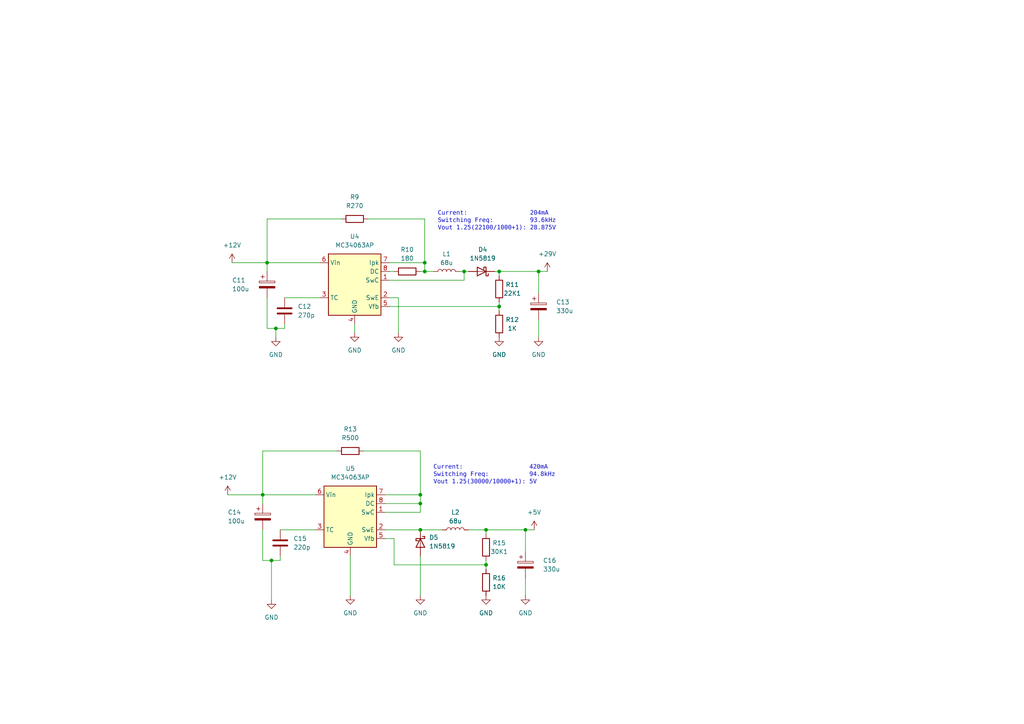
<source format=kicad_sch>
(kicad_sch (version 20230121) (generator eeschema)

  (uuid 5c529f29-97b4-4093-9f15-9a93cffd0a97)

  (paper "A4")

  (lib_symbols
    (symbol "Device:C" (pin_numbers hide) (pin_names (offset 0.254)) (in_bom yes) (on_board yes)
      (property "Reference" "C" (at 0.635 2.54 0)
        (effects (font (size 1.27 1.27)) (justify left))
      )
      (property "Value" "C" (at 0.635 -2.54 0)
        (effects (font (size 1.27 1.27)) (justify left))
      )
      (property "Footprint" "" (at 0.9652 -3.81 0)
        (effects (font (size 1.27 1.27)) hide)
      )
      (property "Datasheet" "~" (at 0 0 0)
        (effects (font (size 1.27 1.27)) hide)
      )
      (property "ki_keywords" "cap capacitor" (at 0 0 0)
        (effects (font (size 1.27 1.27)) hide)
      )
      (property "ki_description" "Unpolarized capacitor" (at 0 0 0)
        (effects (font (size 1.27 1.27)) hide)
      )
      (property "ki_fp_filters" "C_*" (at 0 0 0)
        (effects (font (size 1.27 1.27)) hide)
      )
      (symbol "C_0_1"
        (polyline
          (pts
            (xy -2.032 -0.762)
            (xy 2.032 -0.762)
          )
          (stroke (width 0.508) (type default))
          (fill (type none))
        )
        (polyline
          (pts
            (xy -2.032 0.762)
            (xy 2.032 0.762)
          )
          (stroke (width 0.508) (type default))
          (fill (type none))
        )
      )
      (symbol "C_1_1"
        (pin passive line (at 0 3.81 270) (length 2.794)
          (name "~" (effects (font (size 1.27 1.27))))
          (number "1" (effects (font (size 1.27 1.27))))
        )
        (pin passive line (at 0 -3.81 90) (length 2.794)
          (name "~" (effects (font (size 1.27 1.27))))
          (number "2" (effects (font (size 1.27 1.27))))
        )
      )
    )
    (symbol "Device:C_Polarized" (pin_numbers hide) (pin_names (offset 0.254)) (in_bom yes) (on_board yes)
      (property "Reference" "C" (at 0.635 2.54 0)
        (effects (font (size 1.27 1.27)) (justify left))
      )
      (property "Value" "C_Polarized" (at 0.635 -2.54 0)
        (effects (font (size 1.27 1.27)) (justify left))
      )
      (property "Footprint" "" (at 0.9652 -3.81 0)
        (effects (font (size 1.27 1.27)) hide)
      )
      (property "Datasheet" "~" (at 0 0 0)
        (effects (font (size 1.27 1.27)) hide)
      )
      (property "ki_keywords" "cap capacitor" (at 0 0 0)
        (effects (font (size 1.27 1.27)) hide)
      )
      (property "ki_description" "Polarized capacitor" (at 0 0 0)
        (effects (font (size 1.27 1.27)) hide)
      )
      (property "ki_fp_filters" "CP_*" (at 0 0 0)
        (effects (font (size 1.27 1.27)) hide)
      )
      (symbol "C_Polarized_0_1"
        (rectangle (start -2.286 0.508) (end 2.286 1.016)
          (stroke (width 0) (type default))
          (fill (type none))
        )
        (polyline
          (pts
            (xy -1.778 2.286)
            (xy -0.762 2.286)
          )
          (stroke (width 0) (type default))
          (fill (type none))
        )
        (polyline
          (pts
            (xy -1.27 2.794)
            (xy -1.27 1.778)
          )
          (stroke (width 0) (type default))
          (fill (type none))
        )
        (rectangle (start 2.286 -0.508) (end -2.286 -1.016)
          (stroke (width 0) (type default))
          (fill (type outline))
        )
      )
      (symbol "C_Polarized_1_1"
        (pin passive line (at 0 3.81 270) (length 2.794)
          (name "~" (effects (font (size 1.27 1.27))))
          (number "1" (effects (font (size 1.27 1.27))))
        )
        (pin passive line (at 0 -3.81 90) (length 2.794)
          (name "~" (effects (font (size 1.27 1.27))))
          (number "2" (effects (font (size 1.27 1.27))))
        )
      )
    )
    (symbol "Device:L" (pin_numbers hide) (pin_names (offset 1.016) hide) (in_bom yes) (on_board yes)
      (property "Reference" "L" (at -1.27 0 90)
        (effects (font (size 1.27 1.27)))
      )
      (property "Value" "L" (at 1.905 0 90)
        (effects (font (size 1.27 1.27)))
      )
      (property "Footprint" "" (at 0 0 0)
        (effects (font (size 1.27 1.27)) hide)
      )
      (property "Datasheet" "~" (at 0 0 0)
        (effects (font (size 1.27 1.27)) hide)
      )
      (property "ki_keywords" "inductor choke coil reactor magnetic" (at 0 0 0)
        (effects (font (size 1.27 1.27)) hide)
      )
      (property "ki_description" "Inductor" (at 0 0 0)
        (effects (font (size 1.27 1.27)) hide)
      )
      (property "ki_fp_filters" "Choke_* *Coil* Inductor_* L_*" (at 0 0 0)
        (effects (font (size 1.27 1.27)) hide)
      )
      (symbol "L_0_1"
        (arc (start 0 -2.54) (mid 0.6323 -1.905) (end 0 -1.27)
          (stroke (width 0) (type default))
          (fill (type none))
        )
        (arc (start 0 -1.27) (mid 0.6323 -0.635) (end 0 0)
          (stroke (width 0) (type default))
          (fill (type none))
        )
        (arc (start 0 0) (mid 0.6323 0.635) (end 0 1.27)
          (stroke (width 0) (type default))
          (fill (type none))
        )
        (arc (start 0 1.27) (mid 0.6323 1.905) (end 0 2.54)
          (stroke (width 0) (type default))
          (fill (type none))
        )
      )
      (symbol "L_1_1"
        (pin passive line (at 0 3.81 270) (length 1.27)
          (name "1" (effects (font (size 1.27 1.27))))
          (number "1" (effects (font (size 1.27 1.27))))
        )
        (pin passive line (at 0 -3.81 90) (length 1.27)
          (name "2" (effects (font (size 1.27 1.27))))
          (number "2" (effects (font (size 1.27 1.27))))
        )
      )
    )
    (symbol "Device:R" (pin_numbers hide) (pin_names (offset 0)) (in_bom yes) (on_board yes)
      (property "Reference" "R" (at 2.032 0 90)
        (effects (font (size 1.27 1.27)))
      )
      (property "Value" "R" (at 0 0 90)
        (effects (font (size 1.27 1.27)))
      )
      (property "Footprint" "" (at -1.778 0 90)
        (effects (font (size 1.27 1.27)) hide)
      )
      (property "Datasheet" "~" (at 0 0 0)
        (effects (font (size 1.27 1.27)) hide)
      )
      (property "ki_keywords" "R res resistor" (at 0 0 0)
        (effects (font (size 1.27 1.27)) hide)
      )
      (property "ki_description" "Resistor" (at 0 0 0)
        (effects (font (size 1.27 1.27)) hide)
      )
      (property "ki_fp_filters" "R_*" (at 0 0 0)
        (effects (font (size 1.27 1.27)) hide)
      )
      (symbol "R_0_1"
        (rectangle (start -1.016 -2.54) (end 1.016 2.54)
          (stroke (width 0.254) (type default))
          (fill (type none))
        )
      )
      (symbol "R_1_1"
        (pin passive line (at 0 3.81 270) (length 1.27)
          (name "~" (effects (font (size 1.27 1.27))))
          (number "1" (effects (font (size 1.27 1.27))))
        )
        (pin passive line (at 0 -3.81 90) (length 1.27)
          (name "~" (effects (font (size 1.27 1.27))))
          (number "2" (effects (font (size 1.27 1.27))))
        )
      )
    )
    (symbol "Diode:1N5819" (pin_numbers hide) (pin_names (offset 1.016) hide) (in_bom yes) (on_board yes)
      (property "Reference" "D" (at 0 2.54 0)
        (effects (font (size 1.27 1.27)))
      )
      (property "Value" "1N5819" (at 0 -2.54 0)
        (effects (font (size 1.27 1.27)))
      )
      (property "Footprint" "Diode_THT:D_DO-41_SOD81_P10.16mm_Horizontal" (at 0 -4.445 0)
        (effects (font (size 1.27 1.27)) hide)
      )
      (property "Datasheet" "http://www.vishay.com/docs/88525/1n5817.pdf" (at 0 0 0)
        (effects (font (size 1.27 1.27)) hide)
      )
      (property "ki_keywords" "diode Schottky" (at 0 0 0)
        (effects (font (size 1.27 1.27)) hide)
      )
      (property "ki_description" "40V 1A Schottky Barrier Rectifier Diode, DO-41" (at 0 0 0)
        (effects (font (size 1.27 1.27)) hide)
      )
      (property "ki_fp_filters" "D*DO?41*" (at 0 0 0)
        (effects (font (size 1.27 1.27)) hide)
      )
      (symbol "1N5819_0_1"
        (polyline
          (pts
            (xy 1.27 0)
            (xy -1.27 0)
          )
          (stroke (width 0) (type default))
          (fill (type none))
        )
        (polyline
          (pts
            (xy 1.27 1.27)
            (xy 1.27 -1.27)
            (xy -1.27 0)
            (xy 1.27 1.27)
          )
          (stroke (width 0.254) (type default))
          (fill (type none))
        )
        (polyline
          (pts
            (xy -1.905 0.635)
            (xy -1.905 1.27)
            (xy -1.27 1.27)
            (xy -1.27 -1.27)
            (xy -0.635 -1.27)
            (xy -0.635 -0.635)
          )
          (stroke (width 0.254) (type default))
          (fill (type none))
        )
      )
      (symbol "1N5819_1_1"
        (pin passive line (at -3.81 0 0) (length 2.54)
          (name "K" (effects (font (size 1.27 1.27))))
          (number "1" (effects (font (size 1.27 1.27))))
        )
        (pin passive line (at 3.81 0 180) (length 2.54)
          (name "A" (effects (font (size 1.27 1.27))))
          (number "2" (effects (font (size 1.27 1.27))))
        )
      )
    )
    (symbol "EPROM-programmer:+29V" (power) (pin_names (offset 0)) (in_bom yes) (on_board yes)
      (property "Reference" "#PWR" (at 0 -3.81 0)
        (effects (font (size 1.27 1.27)) hide)
      )
      (property "Value" "+29V" (at 0 3.81 0)
        (effects (font (size 1.27 1.27)))
      )
      (property "Footprint" "" (at 6.35 1.27 0)
        (effects (font (size 1.27 1.27)) hide)
      )
      (property "Datasheet" "" (at 6.35 1.27 0)
        (effects (font (size 1.27 1.27)) hide)
      )
      (property "ki_keywords" "global power" (at 0 0 0)
        (effects (font (size 1.27 1.27)) hide)
      )
      (property "ki_description" "Power symbol creates a global label with name \"+29V\"" (at 0 0 0)
        (effects (font (size 1.27 1.27)) hide)
      )
      (symbol "+29V_0_1"
        (polyline
          (pts
            (xy -0.762 1.27)
            (xy 0 2.54)
          )
          (stroke (width 0) (type default))
          (fill (type none))
        )
        (polyline
          (pts
            (xy 0 0)
            (xy 0 2.54)
          )
          (stroke (width 0) (type default))
          (fill (type none))
        )
        (polyline
          (pts
            (xy 0 2.54)
            (xy 0.762 1.27)
          )
          (stroke (width 0) (type default))
          (fill (type none))
        )
      )
      (symbol "+29V_1_1"
        (pin power_in line (at 0 0 90) (length 0) hide
          (name "+29V" (effects (font (size 1.27 1.27))))
          (number "1" (effects (font (size 1.27 1.27))))
        )
      )
    )
    (symbol "Regulator_Switching:MC34063AP" (in_bom yes) (on_board yes)
      (property "Reference" "U" (at -7.62 8.89 0)
        (effects (font (size 1.27 1.27)) (justify left))
      )
      (property "Value" "MC34063AP" (at 0 8.89 0)
        (effects (font (size 1.27 1.27)) (justify left))
      )
      (property "Footprint" "Package_DIP:DIP-8_W7.62mm" (at 1.27 -11.43 0)
        (effects (font (size 1.27 1.27)) (justify left) hide)
      )
      (property "Datasheet" "http://www.onsemi.com/pub_link/Collateral/MC34063A-D.PDF" (at 12.7 -2.54 0)
        (effects (font (size 1.27 1.27)) hide)
      )
      (property "ki_keywords" "smps buck boost inverting" (at 0 0 0)
        (effects (font (size 1.27 1.27)) hide)
      )
      (property "ki_description" "1.5A, step-up/down/inverting switching regulator, 3-40V Vin, 100kHz, DIP-8" (at 0 0 0)
        (effects (font (size 1.27 1.27)) hide)
      )
      (property "ki_fp_filters" "DIP*W7.62mm*" (at 0 0 0)
        (effects (font (size 1.27 1.27)) hide)
      )
      (symbol "MC34063AP_0_1"
        (rectangle (start -7.62 7.62) (end 7.62 -10.16)
          (stroke (width 0.254) (type default))
          (fill (type background))
        )
      )
      (symbol "MC34063AP_1_1"
        (pin open_collector line (at 10.16 0 180) (length 2.54)
          (name "SwC" (effects (font (size 1.27 1.27))))
          (number "1" (effects (font (size 1.27 1.27))))
        )
        (pin open_emitter line (at 10.16 -5.08 180) (length 2.54)
          (name "SwE" (effects (font (size 1.27 1.27))))
          (number "2" (effects (font (size 1.27 1.27))))
        )
        (pin passive line (at -10.16 -5.08 0) (length 2.54)
          (name "TC" (effects (font (size 1.27 1.27))))
          (number "3" (effects (font (size 1.27 1.27))))
        )
        (pin power_in line (at 0 -12.7 90) (length 2.54)
          (name "GND" (effects (font (size 1.27 1.27))))
          (number "4" (effects (font (size 1.27 1.27))))
        )
        (pin input line (at 10.16 -7.62 180) (length 2.54)
          (name "Vfb" (effects (font (size 1.27 1.27))))
          (number "5" (effects (font (size 1.27 1.27))))
        )
        (pin power_in line (at -10.16 5.08 0) (length 2.54)
          (name "Vin" (effects (font (size 1.27 1.27))))
          (number "6" (effects (font (size 1.27 1.27))))
        )
        (pin input line (at 10.16 5.08 180) (length 2.54)
          (name "Ipk" (effects (font (size 1.27 1.27))))
          (number "7" (effects (font (size 1.27 1.27))))
        )
        (pin open_collector line (at 10.16 2.54 180) (length 2.54)
          (name "DC" (effects (font (size 1.27 1.27))))
          (number "8" (effects (font (size 1.27 1.27))))
        )
      )
    )
    (symbol "power:+12V" (power) (pin_names (offset 0)) (in_bom yes) (on_board yes)
      (property "Reference" "#PWR" (at 0 -3.81 0)
        (effects (font (size 1.27 1.27)) hide)
      )
      (property "Value" "+12V" (at 0 3.556 0)
        (effects (font (size 1.27 1.27)))
      )
      (property "Footprint" "" (at 0 0 0)
        (effects (font (size 1.27 1.27)) hide)
      )
      (property "Datasheet" "" (at 0 0 0)
        (effects (font (size 1.27 1.27)) hide)
      )
      (property "ki_keywords" "global power" (at 0 0 0)
        (effects (font (size 1.27 1.27)) hide)
      )
      (property "ki_description" "Power symbol creates a global label with name \"+12V\"" (at 0 0 0)
        (effects (font (size 1.27 1.27)) hide)
      )
      (symbol "+12V_0_1"
        (polyline
          (pts
            (xy -0.762 1.27)
            (xy 0 2.54)
          )
          (stroke (width 0) (type default))
          (fill (type none))
        )
        (polyline
          (pts
            (xy 0 0)
            (xy 0 2.54)
          )
          (stroke (width 0) (type default))
          (fill (type none))
        )
        (polyline
          (pts
            (xy 0 2.54)
            (xy 0.762 1.27)
          )
          (stroke (width 0) (type default))
          (fill (type none))
        )
      )
      (symbol "+12V_1_1"
        (pin power_in line (at 0 0 90) (length 0) hide
          (name "+12V" (effects (font (size 1.27 1.27))))
          (number "1" (effects (font (size 1.27 1.27))))
        )
      )
    )
    (symbol "power:+5V" (power) (pin_names (offset 0)) (in_bom yes) (on_board yes)
      (property "Reference" "#PWR" (at 0 -3.81 0)
        (effects (font (size 1.27 1.27)) hide)
      )
      (property "Value" "+5V" (at 0 3.556 0)
        (effects (font (size 1.27 1.27)))
      )
      (property "Footprint" "" (at 0 0 0)
        (effects (font (size 1.27 1.27)) hide)
      )
      (property "Datasheet" "" (at 0 0 0)
        (effects (font (size 1.27 1.27)) hide)
      )
      (property "ki_keywords" "global power" (at 0 0 0)
        (effects (font (size 1.27 1.27)) hide)
      )
      (property "ki_description" "Power symbol creates a global label with name \"+5V\"" (at 0 0 0)
        (effects (font (size 1.27 1.27)) hide)
      )
      (symbol "+5V_0_1"
        (polyline
          (pts
            (xy -0.762 1.27)
            (xy 0 2.54)
          )
          (stroke (width 0) (type default))
          (fill (type none))
        )
        (polyline
          (pts
            (xy 0 0)
            (xy 0 2.54)
          )
          (stroke (width 0) (type default))
          (fill (type none))
        )
        (polyline
          (pts
            (xy 0 2.54)
            (xy 0.762 1.27)
          )
          (stroke (width 0) (type default))
          (fill (type none))
        )
      )
      (symbol "+5V_1_1"
        (pin power_in line (at 0 0 90) (length 0) hide
          (name "+5V" (effects (font (size 1.27 1.27))))
          (number "1" (effects (font (size 1.27 1.27))))
        )
      )
    )
    (symbol "power:GND" (power) (pin_names (offset 0)) (in_bom yes) (on_board yes)
      (property "Reference" "#PWR" (at 0 -6.35 0)
        (effects (font (size 1.27 1.27)) hide)
      )
      (property "Value" "GND" (at 0 -3.81 0)
        (effects (font (size 1.27 1.27)))
      )
      (property "Footprint" "" (at 0 0 0)
        (effects (font (size 1.27 1.27)) hide)
      )
      (property "Datasheet" "" (at 0 0 0)
        (effects (font (size 1.27 1.27)) hide)
      )
      (property "ki_keywords" "global power" (at 0 0 0)
        (effects (font (size 1.27 1.27)) hide)
      )
      (property "ki_description" "Power symbol creates a global label with name \"GND\" , ground" (at 0 0 0)
        (effects (font (size 1.27 1.27)) hide)
      )
      (symbol "GND_0_1"
        (polyline
          (pts
            (xy 0 0)
            (xy 0 -1.27)
            (xy 1.27 -1.27)
            (xy 0 -2.54)
            (xy -1.27 -1.27)
            (xy 0 -1.27)
          )
          (stroke (width 0) (type default))
          (fill (type none))
        )
      )
      (symbol "GND_1_1"
        (pin power_in line (at 0 0 270) (length 0) hide
          (name "GND" (effects (font (size 1.27 1.27))))
          (number "1" (effects (font (size 1.27 1.27))))
        )
      )
    )
  )

  (junction (at 156.21 78.74) (diameter 0) (color 0 0 0 0)
    (uuid 0407f02b-4159-4ede-babd-8c5bb1e16624)
  )
  (junction (at 123.19 76.2) (diameter 0) (color 0 0 0 0)
    (uuid 0bf24bd0-6ec5-4801-8309-ab6cac38e99f)
  )
  (junction (at 76.2 143.51) (diameter 0) (color 0 0 0 0)
    (uuid 11f014bd-9470-4c36-8b77-64f12e0d1444)
  )
  (junction (at 121.92 143.51) (diameter 0) (color 0 0 0 0)
    (uuid 1e36f713-8c80-4a30-a93a-29a6b27bc3cf)
  )
  (junction (at 152.4 153.67) (diameter 0) (color 0 0 0 0)
    (uuid 2f96dea7-2ffa-42b1-a0aa-a1ce8ea1affd)
  )
  (junction (at 80.01 95.25) (diameter 0) (color 0 0 0 0)
    (uuid 3cc82674-722f-4d0e-a651-605461afb523)
  )
  (junction (at 134.62 78.74) (diameter 0) (color 0 0 0 0)
    (uuid 5b02497d-5c91-4036-98bc-7418ac2f46ec)
  )
  (junction (at 77.47 76.2) (diameter 0) (color 0 0 0 0)
    (uuid 5b8c2f05-a022-459f-b228-c5c293c1888f)
  )
  (junction (at 144.78 88.9) (diameter 0) (color 0 0 0 0)
    (uuid 7810e278-0af5-4d9f-a375-11464778d3ec)
  )
  (junction (at 140.97 153.67) (diameter 0) (color 0 0 0 0)
    (uuid 867b44aa-325a-4d7c-a442-389eb81a6662)
  )
  (junction (at 144.78 78.74) (diameter 0) (color 0 0 0 0)
    (uuid b3225834-7e48-403e-9ddc-b1c25f47c318)
  )
  (junction (at 140.97 163.83) (diameter 0) (color 0 0 0 0)
    (uuid c09e3d58-8111-4f61-a923-e3a42e86673c)
  )
  (junction (at 78.74 162.56) (diameter 0) (color 0 0 0 0)
    (uuid c6b5347d-b3d2-48c3-a07a-28548880bd72)
  )
  (junction (at 121.92 146.05) (diameter 0) (color 0 0 0 0)
    (uuid e880f744-3c2b-4048-8ed6-962954a524c3)
  )
  (junction (at 123.19 78.74) (diameter 0) (color 0 0 0 0)
    (uuid e90475a4-ed89-41b0-b684-60a8edf66a75)
  )
  (junction (at 121.92 153.67) (diameter 0) (color 0 0 0 0)
    (uuid fcd3bf0c-d489-4e68-8622-91b1580e226d)
  )

  (wire (pts (xy 121.92 172.72) (xy 121.92 161.29))
    (stroke (width 0) (type default))
    (uuid 04991218-8ff1-4a47-84ac-e1b7154a252f)
  )
  (wire (pts (xy 152.4 160.02) (xy 152.4 153.67))
    (stroke (width 0) (type default))
    (uuid 08eb217a-55d6-4c80-9664-11e5c3aed9f2)
  )
  (wire (pts (xy 140.97 162.56) (xy 140.97 163.83))
    (stroke (width 0) (type default))
    (uuid 0b680c09-d930-4484-af4f-ec282ae0f463)
  )
  (wire (pts (xy 77.47 95.25) (xy 80.01 95.25))
    (stroke (width 0) (type default))
    (uuid 0c670259-2efb-439f-bcd7-8b95dccf2d49)
  )
  (wire (pts (xy 105.41 130.81) (xy 121.92 130.81))
    (stroke (width 0) (type default))
    (uuid 0c82df7d-dd2b-4033-952b-cb1d109c0e08)
  )
  (wire (pts (xy 121.92 153.67) (xy 128.27 153.67))
    (stroke (width 0) (type default))
    (uuid 0e0a73b9-3bc9-4322-8bd4-8d9b06aecbea)
  )
  (wire (pts (xy 140.97 153.67) (xy 152.4 153.67))
    (stroke (width 0) (type default))
    (uuid 0edc82dd-a437-41e3-a595-de29c7cb117a)
  )
  (wire (pts (xy 113.03 81.28) (xy 134.62 81.28))
    (stroke (width 0) (type default))
    (uuid 199547f5-75b4-40aa-8e43-c5563c4edf54)
  )
  (wire (pts (xy 82.55 93.98) (xy 82.55 95.25))
    (stroke (width 0) (type default))
    (uuid 20ad2285-7b1e-4288-8d43-7bb627a16ddd)
  )
  (wire (pts (xy 154.94 153.67) (xy 152.4 153.67))
    (stroke (width 0) (type default))
    (uuid 2bc5c302-c3f7-434b-a0f4-0945c8ccb107)
  )
  (wire (pts (xy 113.03 88.9) (xy 144.78 88.9))
    (stroke (width 0) (type default))
    (uuid 2e72a9c0-66e6-44a3-9422-4a5005b7fca8)
  )
  (wire (pts (xy 123.19 63.5) (xy 123.19 76.2))
    (stroke (width 0) (type default))
    (uuid 341ae126-6ec7-4cfa-9a74-8e224ec9b654)
  )
  (wire (pts (xy 134.62 78.74) (xy 133.35 78.74))
    (stroke (width 0) (type default))
    (uuid 387fb8e2-d90c-4472-b7f6-92d1b9473d3f)
  )
  (wire (pts (xy 123.19 78.74) (xy 123.19 76.2))
    (stroke (width 0) (type default))
    (uuid 3eaf399d-b8ba-46aa-bdd2-4fa4eb84b434)
  )
  (wire (pts (xy 134.62 78.74) (xy 135.89 78.74))
    (stroke (width 0) (type default))
    (uuid 3f9cfc37-6927-4313-9c75-05a38b56e0e9)
  )
  (wire (pts (xy 113.03 86.36) (xy 115.57 86.36))
    (stroke (width 0) (type default))
    (uuid 3fbadf38-b158-4884-9e44-4af2f93a0e88)
  )
  (wire (pts (xy 77.47 76.2) (xy 77.47 63.5))
    (stroke (width 0) (type default))
    (uuid 40244e15-2ae2-4a57-a936-5f920d471bad)
  )
  (wire (pts (xy 121.92 130.81) (xy 121.92 143.51))
    (stroke (width 0) (type default))
    (uuid 41a83620-8b27-4677-bb78-effd91e87bb7)
  )
  (wire (pts (xy 156.21 85.09) (xy 156.21 78.74))
    (stroke (width 0) (type default))
    (uuid 42ad08ea-21a5-43e0-a012-cd23b2407b4c)
  )
  (wire (pts (xy 76.2 143.51) (xy 91.44 143.51))
    (stroke (width 0) (type default))
    (uuid 441212e1-0f2f-40eb-8ccb-078644b26a44)
  )
  (wire (pts (xy 144.78 88.9) (xy 144.78 90.17))
    (stroke (width 0) (type default))
    (uuid 463899bf-317d-4d05-8704-7bc7b0ae2c17)
  )
  (wire (pts (xy 121.92 143.51) (xy 111.76 143.51))
    (stroke (width 0) (type default))
    (uuid 4cc9a6b8-2743-4ae7-8f37-7c75de4d0c85)
  )
  (wire (pts (xy 115.57 86.36) (xy 115.57 96.52))
    (stroke (width 0) (type default))
    (uuid 4d6bc2d7-2c20-49a5-ad80-42ffbe90e18f)
  )
  (wire (pts (xy 121.92 148.59) (xy 121.92 146.05))
    (stroke (width 0) (type default))
    (uuid 5148d8a2-24af-4200-9808-96119ff11c64)
  )
  (wire (pts (xy 102.87 96.52) (xy 102.87 93.98))
    (stroke (width 0) (type default))
    (uuid 52044538-cfe6-4d9b-aac2-00377368444c)
  )
  (wire (pts (xy 111.76 153.67) (xy 121.92 153.67))
    (stroke (width 0) (type default))
    (uuid 5a1af624-926d-4029-86dd-392c40c4d6c2)
  )
  (wire (pts (xy 123.19 76.2) (xy 113.03 76.2))
    (stroke (width 0) (type default))
    (uuid 5c20146f-b6ae-42b3-bd20-0aef764debeb)
  )
  (wire (pts (xy 156.21 92.71) (xy 156.21 97.79))
    (stroke (width 0) (type default))
    (uuid 5f7540fa-48e3-429f-9d11-2c7d1a18d861)
  )
  (wire (pts (xy 81.28 153.67) (xy 91.44 153.67))
    (stroke (width 0) (type default))
    (uuid 61a0770d-7cff-4215-b721-e51efd959c5f)
  )
  (wire (pts (xy 144.78 78.74) (xy 144.78 80.01))
    (stroke (width 0) (type default))
    (uuid 67ca733a-0ddc-4512-9299-d620b971f752)
  )
  (wire (pts (xy 114.3 163.83) (xy 140.97 163.83))
    (stroke (width 0) (type default))
    (uuid 694c3e5a-743e-4913-a81e-e8635b175281)
  )
  (wire (pts (xy 121.92 78.74) (xy 123.19 78.74))
    (stroke (width 0) (type default))
    (uuid 71a47fda-9b31-4df6-8974-0b5b375cd8eb)
  )
  (wire (pts (xy 114.3 156.21) (xy 111.76 156.21))
    (stroke (width 0) (type default))
    (uuid 77f3f8d5-b356-48e0-80e5-afa5667c9a59)
  )
  (wire (pts (xy 80.01 95.25) (xy 80.01 97.79))
    (stroke (width 0) (type default))
    (uuid 791e790b-e738-45a4-99f2-0146725075af)
  )
  (wire (pts (xy 144.78 78.74) (xy 156.21 78.74))
    (stroke (width 0) (type default))
    (uuid 7a992024-1374-4e76-bcec-2e2f9ccf86b8)
  )
  (wire (pts (xy 78.74 162.56) (xy 81.28 162.56))
    (stroke (width 0) (type default))
    (uuid 8196a1a5-1137-47dd-a7b5-e1ea9c68715c)
  )
  (wire (pts (xy 76.2 153.67) (xy 76.2 162.56))
    (stroke (width 0) (type default))
    (uuid 87e59150-a505-47a4-9b62-c91817bebe31)
  )
  (wire (pts (xy 158.75 78.74) (xy 156.21 78.74))
    (stroke (width 0) (type default))
    (uuid 8ca711f8-de0c-474a-906e-96d2c66683d7)
  )
  (wire (pts (xy 135.89 153.67) (xy 140.97 153.67))
    (stroke (width 0) (type default))
    (uuid 8f430087-6317-45c5-9759-d97ad45725ab)
  )
  (wire (pts (xy 77.47 76.2) (xy 92.71 76.2))
    (stroke (width 0) (type default))
    (uuid 91061499-6a22-4cc1-89bd-aef57a2845b4)
  )
  (wire (pts (xy 76.2 162.56) (xy 78.74 162.56))
    (stroke (width 0) (type default))
    (uuid 97e769ce-44b0-4b4c-afc5-ad1cfdcbd5be)
  )
  (wire (pts (xy 121.92 146.05) (xy 121.92 143.51))
    (stroke (width 0) (type default))
    (uuid a283d340-776b-4a38-b0d4-920e663a1764)
  )
  (wire (pts (xy 140.97 153.67) (xy 140.97 154.94))
    (stroke (width 0) (type default))
    (uuid a8c861ec-9a9f-44cd-a57c-c8383965b3a8)
  )
  (wire (pts (xy 66.04 143.51) (xy 76.2 143.51))
    (stroke (width 0) (type default))
    (uuid ab909e9f-9048-4848-b1e0-4d23e69f5d82)
  )
  (wire (pts (xy 77.47 86.36) (xy 77.47 95.25))
    (stroke (width 0) (type default))
    (uuid b5c4b18b-86bd-444a-8a68-c1cd054d1bd8)
  )
  (wire (pts (xy 101.6 172.72) (xy 101.6 161.29))
    (stroke (width 0) (type default))
    (uuid b7aff0c1-8b0b-42b1-973b-68d1afc66878)
  )
  (wire (pts (xy 144.78 87.63) (xy 144.78 88.9))
    (stroke (width 0) (type default))
    (uuid bbca573b-9047-4c01-9d83-ba083ea21355)
  )
  (wire (pts (xy 82.55 86.36) (xy 92.71 86.36))
    (stroke (width 0) (type default))
    (uuid bdbd7fe7-164c-4007-96dd-bb3df3367bb8)
  )
  (wire (pts (xy 111.76 146.05) (xy 121.92 146.05))
    (stroke (width 0) (type default))
    (uuid bfe21073-4e8b-4d0b-9c16-a8db400965e2)
  )
  (wire (pts (xy 78.74 162.56) (xy 78.74 173.99))
    (stroke (width 0) (type default))
    (uuid c11d5247-2781-4e14-a484-e01569597d6f)
  )
  (wire (pts (xy 134.62 81.28) (xy 134.62 78.74))
    (stroke (width 0) (type default))
    (uuid c83f8dc8-b03c-41e2-9532-211e544e682c)
  )
  (wire (pts (xy 143.51 78.74) (xy 144.78 78.74))
    (stroke (width 0) (type default))
    (uuid c8acc0ad-fb5e-41be-8e5b-81b7b70fd0f8)
  )
  (wire (pts (xy 76.2 130.81) (xy 97.79 130.81))
    (stroke (width 0) (type default))
    (uuid cbb312ce-2e28-466d-997c-6a7e2f8b880a)
  )
  (wire (pts (xy 111.76 148.59) (xy 121.92 148.59))
    (stroke (width 0) (type default))
    (uuid d40104be-809b-472c-9ac7-93410eeb95f4)
  )
  (wire (pts (xy 106.68 63.5) (xy 123.19 63.5))
    (stroke (width 0) (type default))
    (uuid d7704e13-dd38-41fd-a484-871364091b29)
  )
  (wire (pts (xy 81.28 161.29) (xy 81.28 162.56))
    (stroke (width 0) (type default))
    (uuid d8262ff2-b60e-45c5-9bbc-5483292c56f7)
  )
  (wire (pts (xy 140.97 163.83) (xy 140.97 165.1))
    (stroke (width 0) (type default))
    (uuid d892f8e8-3bcb-4e2c-9a10-6fb28721fc93)
  )
  (wire (pts (xy 113.03 78.74) (xy 114.3 78.74))
    (stroke (width 0) (type default))
    (uuid d8f7228b-e986-41f6-a5b1-b59f654c77f1)
  )
  (wire (pts (xy 77.47 78.74) (xy 77.47 76.2))
    (stroke (width 0) (type default))
    (uuid e7b762d4-5ca4-40f8-85bf-8d5931495798)
  )
  (wire (pts (xy 80.01 95.25) (xy 82.55 95.25))
    (stroke (width 0) (type default))
    (uuid e9e992ca-f68d-4e8f-a4b2-666448757c05)
  )
  (wire (pts (xy 125.73 78.74) (xy 123.19 78.74))
    (stroke (width 0) (type default))
    (uuid eb8cf6fd-75e7-4a87-baed-898a24ad1669)
  )
  (wire (pts (xy 152.4 167.64) (xy 152.4 172.72))
    (stroke (width 0) (type default))
    (uuid ec5741be-a83c-42ca-ac8a-83045b9db819)
  )
  (wire (pts (xy 114.3 163.83) (xy 114.3 156.21))
    (stroke (width 0) (type default))
    (uuid f0fcc9aa-940d-4841-a621-e5bb4b54b3e9)
  )
  (wire (pts (xy 76.2 146.05) (xy 76.2 143.51))
    (stroke (width 0) (type default))
    (uuid f249364f-010f-4999-9e12-3d0c00361bc5)
  )
  (wire (pts (xy 67.31 76.2) (xy 77.47 76.2))
    (stroke (width 0) (type default))
    (uuid f41d6274-7b39-4abf-824e-48916e0289e2)
  )
  (wire (pts (xy 76.2 143.51) (xy 76.2 130.81))
    (stroke (width 0) (type default))
    (uuid f82ffd5c-8037-4f6e-a134-3ca73d6b9335)
  )
  (wire (pts (xy 77.47 63.5) (xy 99.06 63.5))
    (stroke (width 0) (type default))
    (uuid fe554a86-fc46-4b89-98f9-0329c386ebe4)
  )

  (text "Current:                  420mA\nSwitching Freq:           94.8kHz\nVout 1.25(30000/10000+1): 5V"
    (at 125.73 140.97 0)
    (effects (font (face "DejaVu Sans Mono") (size 1.27 1.27)) (justify left bottom))
    (uuid 4981170d-8153-45a4-a54a-79ff5e438382)
  )
  (text "Current:                 204mA\nSwitching Freq:          93.6kHz\nVout 1.25(22100/1000+1): 28.875V"
    (at 127 67.31 0)
    (effects (font (face "DejaVu Sans Mono") (size 1.27 1.27)) (justify left bottom))
    (uuid d81663bd-27c8-4e81-aa62-592097640f1c)
  )

  (symbol (lib_id "Device:R") (at 118.11 78.74 90) (unit 1)
    (in_bom yes) (on_board yes) (dnp no)
    (uuid 083982e7-ea7e-4f41-80de-092d720a7a4c)
    (property "Reference" "R10" (at 118.11 72.39 90)
      (effects (font (size 1.27 1.27)))
    )
    (property "Value" "180" (at 118.11 74.93 90)
      (effects (font (size 1.27 1.27)))
    )
    (property "Footprint" "" (at 118.11 80.518 90)
      (effects (font (size 1.27 1.27)) hide)
    )
    (property "Datasheet" "~" (at 118.11 78.74 0)
      (effects (font (size 1.27 1.27)) hide)
    )
    (pin "1" (uuid 5cb8496b-f7c3-4aed-b030-8fbfc03588d8))
    (pin "2" (uuid 0cb9a231-90fb-4044-93b8-b74f469cf59b))
    (instances
      (project "EPROM-programmer"
        (path "/8c5576b1-cb3e-4456-837b-2f47818a03ab/a7c1fe9b-548a-45fe-b1aa-74e44d81f670"
          (reference "R10") (unit 1)
        )
      )
    )
  )

  (symbol (lib_id "power:GND") (at 156.21 97.79 0) (unit 1)
    (in_bom yes) (on_board yes) (dnp no) (fields_autoplaced)
    (uuid 15358235-2801-4617-8f83-f3ea1a6d6d1f)
    (property "Reference" "#PWR034" (at 156.21 104.14 0)
      (effects (font (size 1.27 1.27)) hide)
    )
    (property "Value" "GND" (at 156.21 102.87 0)
      (effects (font (size 1.27 1.27)))
    )
    (property "Footprint" "" (at 156.21 97.79 0)
      (effects (font (size 1.27 1.27)) hide)
    )
    (property "Datasheet" "" (at 156.21 97.79 0)
      (effects (font (size 1.27 1.27)) hide)
    )
    (pin "1" (uuid 10e1dfc5-6d63-4f9b-8045-98fdfbfe9cb3))
    (instances
      (project "EPROM-programmer"
        (path "/8c5576b1-cb3e-4456-837b-2f47818a03ab/a7c1fe9b-548a-45fe-b1aa-74e44d81f670"
          (reference "#PWR034") (unit 1)
        )
      )
    )
  )

  (symbol (lib_id "Device:R") (at 144.78 93.98 180) (unit 1)
    (in_bom yes) (on_board yes) (dnp no)
    (uuid 27def42a-7df2-4ed0-83e2-f068e6d55f61)
    (property "Reference" "R12" (at 148.59 92.71 0)
      (effects (font (size 1.27 1.27)))
    )
    (property "Value" "1K" (at 148.59 95.25 0)
      (effects (font (size 1.27 1.27)))
    )
    (property "Footprint" "" (at 146.558 93.98 90)
      (effects (font (size 1.27 1.27)) hide)
    )
    (property "Datasheet" "~" (at 144.78 93.98 0)
      (effects (font (size 1.27 1.27)) hide)
    )
    (pin "1" (uuid 74b4175e-af74-41d4-be4a-294f11a16490))
    (pin "2" (uuid c928437a-8ad8-4675-afca-d459d95c94e3))
    (instances
      (project "EPROM-programmer"
        (path "/8c5576b1-cb3e-4456-837b-2f47818a03ab/a7c1fe9b-548a-45fe-b1aa-74e44d81f670"
          (reference "R12") (unit 1)
        )
      )
    )
  )

  (symbol (lib_id "power:GND") (at 121.92 172.72 0) (unit 1)
    (in_bom yes) (on_board yes) (dnp no) (fields_autoplaced)
    (uuid 2d028cdf-4078-4a88-9475-e7a744040ebf)
    (property "Reference" "#PWR038" (at 121.92 179.07 0)
      (effects (font (size 1.27 1.27)) hide)
    )
    (property "Value" "GND" (at 121.92 177.8 0)
      (effects (font (size 1.27 1.27)))
    )
    (property "Footprint" "" (at 121.92 172.72 0)
      (effects (font (size 1.27 1.27)) hide)
    )
    (property "Datasheet" "" (at 121.92 172.72 0)
      (effects (font (size 1.27 1.27)) hide)
    )
    (pin "1" (uuid 597c62ed-bfc1-4b49-bdd9-ed8b4ee61078))
    (instances
      (project "EPROM-programmer"
        (path "/8c5576b1-cb3e-4456-837b-2f47818a03ab/a7c1fe9b-548a-45fe-b1aa-74e44d81f670"
          (reference "#PWR038") (unit 1)
        )
      )
    )
  )

  (symbol (lib_id "Device:C_Polarized") (at 152.4 163.83 0) (unit 1)
    (in_bom yes) (on_board yes) (dnp no)
    (uuid 2d15220f-6bf2-4ded-9880-b565283217e5)
    (property "Reference" "C16" (at 157.48 162.56 0)
      (effects (font (size 1.27 1.27)) (justify left))
    )
    (property "Value" "330u" (at 157.48 165.1 0)
      (effects (font (size 1.27 1.27)) (justify left))
    )
    (property "Footprint" "" (at 153.3652 167.64 0)
      (effects (font (size 1.27 1.27)) hide)
    )
    (property "Datasheet" "~" (at 152.4 163.83 0)
      (effects (font (size 1.27 1.27)) hide)
    )
    (pin "1" (uuid e3bdcc0f-c56b-45d5-b741-2bd7d99912d4))
    (pin "2" (uuid e72dde28-bfeb-4665-9bcf-b02c4fa334f6))
    (instances
      (project "EPROM-programmer"
        (path "/8c5576b1-cb3e-4456-837b-2f47818a03ab/a7c1fe9b-548a-45fe-b1aa-74e44d81f670"
          (reference "C16") (unit 1)
        )
      )
    )
  )

  (symbol (lib_id "Diode:1N5819") (at 121.92 157.48 270) (unit 1)
    (in_bom yes) (on_board yes) (dnp no) (fields_autoplaced)
    (uuid 3f956bd2-8b2c-4f82-96d7-9c1ca86aade1)
    (property "Reference" "D5" (at 124.46 155.8925 90)
      (effects (font (size 1.27 1.27)) (justify left))
    )
    (property "Value" "1N5819" (at 124.46 158.4325 90)
      (effects (font (size 1.27 1.27)) (justify left))
    )
    (property "Footprint" "Diode_THT:D_DO-41_SOD81_P10.16mm_Horizontal" (at 117.475 157.48 0)
      (effects (font (size 1.27 1.27)) hide)
    )
    (property "Datasheet" "http://www.vishay.com/docs/88525/1n5817.pdf" (at 121.92 157.48 0)
      (effects (font (size 1.27 1.27)) hide)
    )
    (pin "1" (uuid 817be099-4aef-42c5-ac7e-0772516be37e))
    (pin "2" (uuid 379389de-d2e0-4068-93ab-a3d7d91208c2))
    (instances
      (project "EPROM-programmer"
        (path "/8c5576b1-cb3e-4456-837b-2f47818a03ab/a7c1fe9b-548a-45fe-b1aa-74e44d81f670"
          (reference "D5") (unit 1)
        )
      )
    )
  )

  (symbol (lib_id "power:GND") (at 80.01 97.79 0) (unit 1)
    (in_bom yes) (on_board yes) (dnp no) (fields_autoplaced)
    (uuid 40d3ba49-99a3-4d4d-8240-5c1f9dd6c16b)
    (property "Reference" "#PWR028" (at 80.01 104.14 0)
      (effects (font (size 1.27 1.27)) hide)
    )
    (property "Value" "GND" (at 80.01 102.87 0)
      (effects (font (size 1.27 1.27)))
    )
    (property "Footprint" "" (at 80.01 97.79 0)
      (effects (font (size 1.27 1.27)) hide)
    )
    (property "Datasheet" "" (at 80.01 97.79 0)
      (effects (font (size 1.27 1.27)) hide)
    )
    (pin "1" (uuid b8039b37-6a8d-4379-a919-7da1e0b543d7))
    (instances
      (project "EPROM-programmer"
        (path "/8c5576b1-cb3e-4456-837b-2f47818a03ab/a7c1fe9b-548a-45fe-b1aa-74e44d81f670"
          (reference "#PWR028") (unit 1)
        )
      )
    )
  )

  (symbol (lib_id "Device:R") (at 140.97 168.91 180) (unit 1)
    (in_bom yes) (on_board yes) (dnp no)
    (uuid 426300f9-0ba2-488e-be4c-6f0607a98d2d)
    (property "Reference" "R16" (at 144.78 167.64 0)
      (effects (font (size 1.27 1.27)))
    )
    (property "Value" "10K" (at 144.78 170.18 0)
      (effects (font (size 1.27 1.27)))
    )
    (property "Footprint" "" (at 142.748 168.91 90)
      (effects (font (size 1.27 1.27)) hide)
    )
    (property "Datasheet" "~" (at 140.97 168.91 0)
      (effects (font (size 1.27 1.27)) hide)
    )
    (pin "1" (uuid a2ac13d6-d3a2-4b8a-a2fd-864653f5d462))
    (pin "2" (uuid 9a3a2d94-de24-48cf-829c-9c4567082439))
    (instances
      (project "EPROM-programmer"
        (path "/8c5576b1-cb3e-4456-837b-2f47818a03ab/a7c1fe9b-548a-45fe-b1aa-74e44d81f670"
          (reference "R16") (unit 1)
        )
      )
    )
  )

  (symbol (lib_id "Device:C_Polarized") (at 76.2 149.86 0) (unit 1)
    (in_bom yes) (on_board yes) (dnp no)
    (uuid 4d6efbc4-9d4e-46cc-9dbf-a0fd79252005)
    (property "Reference" "C14" (at 66.04 148.59 0)
      (effects (font (size 1.27 1.27)) (justify left))
    )
    (property "Value" "100u" (at 66.04 151.13 0)
      (effects (font (size 1.27 1.27)) (justify left))
    )
    (property "Footprint" "" (at 77.1652 153.67 0)
      (effects (font (size 1.27 1.27)) hide)
    )
    (property "Datasheet" "~" (at 76.2 149.86 0)
      (effects (font (size 1.27 1.27)) hide)
    )
    (pin "1" (uuid 335d4111-393d-4c17-b400-23775af15b4c))
    (pin "2" (uuid 3eb48ee0-d06c-47d5-a7a3-fdb218e74350))
    (instances
      (project "EPROM-programmer"
        (path "/8c5576b1-cb3e-4456-837b-2f47818a03ab/a7c1fe9b-548a-45fe-b1aa-74e44d81f670"
          (reference "C14") (unit 1)
        )
      )
    )
  )

  (symbol (lib_id "Device:R") (at 101.6 130.81 90) (unit 1)
    (in_bom yes) (on_board yes) (dnp no) (fields_autoplaced)
    (uuid 52d2857c-897c-484c-962b-0cae3b98ad72)
    (property "Reference" "R13" (at 101.6 124.46 90)
      (effects (font (size 1.27 1.27)))
    )
    (property "Value" "R500" (at 101.6 127 90)
      (effects (font (size 1.27 1.27)))
    )
    (property "Footprint" "" (at 101.6 132.588 90)
      (effects (font (size 1.27 1.27)) hide)
    )
    (property "Datasheet" "~" (at 101.6 130.81 0)
      (effects (font (size 1.27 1.27)) hide)
    )
    (pin "1" (uuid 202178f3-5051-4f82-b5d2-493f6663ff6e))
    (pin "2" (uuid ecd5ed2e-76b7-4fd1-bd08-aee0ed4aaad7))
    (instances
      (project "EPROM-programmer"
        (path "/8c5576b1-cb3e-4456-837b-2f47818a03ab/a7c1fe9b-548a-45fe-b1aa-74e44d81f670"
          (reference "R13") (unit 1)
        )
      )
    )
  )

  (symbol (lib_id "Device:C_Polarized") (at 77.47 82.55 0) (unit 1)
    (in_bom yes) (on_board yes) (dnp no)
    (uuid 60829adc-f3b7-4898-8cbe-9cc747ae8b4e)
    (property "Reference" "C11" (at 67.31 81.28 0)
      (effects (font (size 1.27 1.27)) (justify left))
    )
    (property "Value" "100u" (at 67.31 83.82 0)
      (effects (font (size 1.27 1.27)) (justify left))
    )
    (property "Footprint" "" (at 78.4352 86.36 0)
      (effects (font (size 1.27 1.27)) hide)
    )
    (property "Datasheet" "~" (at 77.47 82.55 0)
      (effects (font (size 1.27 1.27)) hide)
    )
    (pin "1" (uuid 8eb17d8a-5803-4055-b395-1caf03f4fd00))
    (pin "2" (uuid c54307f4-80e6-4e86-838f-75b081745012))
    (instances
      (project "EPROM-programmer"
        (path "/8c5576b1-cb3e-4456-837b-2f47818a03ab/a7c1fe9b-548a-45fe-b1aa-74e44d81f670"
          (reference "C11") (unit 1)
        )
      )
    )
  )

  (symbol (lib_id "power:GND") (at 102.87 96.52 0) (unit 1)
    (in_bom yes) (on_board yes) (dnp no) (fields_autoplaced)
    (uuid 6145606d-be33-4b41-ac9d-32ae26ee4f09)
    (property "Reference" "#PWR030" (at 102.87 102.87 0)
      (effects (font (size 1.27 1.27)) hide)
    )
    (property "Value" "GND" (at 102.87 101.6 0)
      (effects (font (size 1.27 1.27)))
    )
    (property "Footprint" "" (at 102.87 96.52 0)
      (effects (font (size 1.27 1.27)) hide)
    )
    (property "Datasheet" "" (at 102.87 96.52 0)
      (effects (font (size 1.27 1.27)) hide)
    )
    (pin "1" (uuid e2b48171-da5c-464a-a8ca-b9f6b3231bc2))
    (instances
      (project "EPROM-programmer"
        (path "/8c5576b1-cb3e-4456-837b-2f47818a03ab/a7c1fe9b-548a-45fe-b1aa-74e44d81f670"
          (reference "#PWR030") (unit 1)
        )
      )
    )
  )

  (symbol (lib_id "power:GND") (at 115.57 96.52 0) (unit 1)
    (in_bom yes) (on_board yes) (dnp no) (fields_autoplaced)
    (uuid 695a4a32-5ffa-4fa4-902d-42c423ecf2b8)
    (property "Reference" "#PWR029" (at 115.57 102.87 0)
      (effects (font (size 1.27 1.27)) hide)
    )
    (property "Value" "GND" (at 115.57 101.6 0)
      (effects (font (size 1.27 1.27)))
    )
    (property "Footprint" "" (at 115.57 96.52 0)
      (effects (font (size 1.27 1.27)) hide)
    )
    (property "Datasheet" "" (at 115.57 96.52 0)
      (effects (font (size 1.27 1.27)) hide)
    )
    (pin "1" (uuid 5ed30e49-d964-4cbc-b195-1149d375bf9a))
    (instances
      (project "EPROM-programmer"
        (path "/8c5576b1-cb3e-4456-837b-2f47818a03ab/a7c1fe9b-548a-45fe-b1aa-74e44d81f670"
          (reference "#PWR029") (unit 1)
        )
      )
    )
  )

  (symbol (lib_id "power:GND") (at 152.4 172.72 0) (unit 1)
    (in_bom yes) (on_board yes) (dnp no) (fields_autoplaced)
    (uuid 6d8fb036-9577-4330-b0ee-f808ff33052d)
    (property "Reference" "#PWR040" (at 152.4 179.07 0)
      (effects (font (size 1.27 1.27)) hide)
    )
    (property "Value" "GND" (at 152.4 177.8 0)
      (effects (font (size 1.27 1.27)))
    )
    (property "Footprint" "" (at 152.4 172.72 0)
      (effects (font (size 1.27 1.27)) hide)
    )
    (property "Datasheet" "" (at 152.4 172.72 0)
      (effects (font (size 1.27 1.27)) hide)
    )
    (pin "1" (uuid 8b2e858d-12e0-4f9b-ad00-8fcc6a0c8534))
    (instances
      (project "EPROM-programmer"
        (path "/8c5576b1-cb3e-4456-837b-2f47818a03ab/a7c1fe9b-548a-45fe-b1aa-74e44d81f670"
          (reference "#PWR040") (unit 1)
        )
      )
    )
  )

  (symbol (lib_id "Device:C") (at 81.28 157.48 0) (unit 1)
    (in_bom yes) (on_board yes) (dnp no) (fields_autoplaced)
    (uuid 70064625-a490-4530-a13f-0a59e7ca6dc9)
    (property "Reference" "C15" (at 85.09 156.21 0)
      (effects (font (size 1.27 1.27)) (justify left))
    )
    (property "Value" "220p" (at 85.09 158.75 0)
      (effects (font (size 1.27 1.27)) (justify left))
    )
    (property "Footprint" "" (at 82.2452 161.29 0)
      (effects (font (size 1.27 1.27)) hide)
    )
    (property "Datasheet" "~" (at 81.28 157.48 0)
      (effects (font (size 1.27 1.27)) hide)
    )
    (pin "1" (uuid c1a68289-69b5-4020-b4a1-4828f9de34ee))
    (pin "2" (uuid 9a4690f0-e944-4910-9215-4bc13383271d))
    (instances
      (project "EPROM-programmer"
        (path "/8c5576b1-cb3e-4456-837b-2f47818a03ab/a7c1fe9b-548a-45fe-b1aa-74e44d81f670"
          (reference "C15") (unit 1)
        )
      )
    )
  )

  (symbol (lib_id "Diode:1N5819") (at 139.7 78.74 180) (unit 1)
    (in_bom yes) (on_board yes) (dnp no) (fields_autoplaced)
    (uuid 7b0b09d0-385c-4d2d-8764-3ef29856b6ce)
    (property "Reference" "D4" (at 140.0175 72.39 0)
      (effects (font (size 1.27 1.27)))
    )
    (property "Value" "1N5819" (at 140.0175 74.93 0)
      (effects (font (size 1.27 1.27)))
    )
    (property "Footprint" "Diode_THT:D_DO-41_SOD81_P10.16mm_Horizontal" (at 139.7 74.295 0)
      (effects (font (size 1.27 1.27)) hide)
    )
    (property "Datasheet" "http://www.vishay.com/docs/88525/1n5817.pdf" (at 139.7 78.74 0)
      (effects (font (size 1.27 1.27)) hide)
    )
    (pin "1" (uuid c18a9f3d-1cf7-49bb-8c56-8d78e6f15dd2))
    (pin "2" (uuid b3910ba7-f211-48af-b744-fe282b560cd2))
    (instances
      (project "EPROM-programmer"
        (path "/8c5576b1-cb3e-4456-837b-2f47818a03ab/a7c1fe9b-548a-45fe-b1aa-74e44d81f670"
          (reference "D4") (unit 1)
        )
      )
    )
  )

  (symbol (lib_id "Device:C") (at 82.55 90.17 0) (unit 1)
    (in_bom yes) (on_board yes) (dnp no) (fields_autoplaced)
    (uuid 7c39b55d-b43e-4c38-9fbe-42a643336f23)
    (property "Reference" "C12" (at 86.36 88.9 0)
      (effects (font (size 1.27 1.27)) (justify left))
    )
    (property "Value" "270p" (at 86.36 91.44 0)
      (effects (font (size 1.27 1.27)) (justify left))
    )
    (property "Footprint" "" (at 83.5152 93.98 0)
      (effects (font (size 1.27 1.27)) hide)
    )
    (property "Datasheet" "~" (at 82.55 90.17 0)
      (effects (font (size 1.27 1.27)) hide)
    )
    (pin "1" (uuid 3008f162-b24a-45cb-a5e9-be3d322a46d8))
    (pin "2" (uuid 32972ecc-c232-4b72-96f4-d5ee627552d3))
    (instances
      (project "EPROM-programmer"
        (path "/8c5576b1-cb3e-4456-837b-2f47818a03ab/a7c1fe9b-548a-45fe-b1aa-74e44d81f670"
          (reference "C12") (unit 1)
        )
      )
    )
  )

  (symbol (lib_id "power:+12V") (at 67.31 76.2 0) (unit 1)
    (in_bom yes) (on_board yes) (dnp no) (fields_autoplaced)
    (uuid 84d33257-b0d1-4a8c-bf81-57713ba3d6a5)
    (property "Reference" "#PWR032" (at 67.31 80.01 0)
      (effects (font (size 1.27 1.27)) hide)
    )
    (property "Value" "+12V" (at 67.31 71.12 0)
      (effects (font (size 1.27 1.27)))
    )
    (property "Footprint" "" (at 67.31 76.2 0)
      (effects (font (size 1.27 1.27)) hide)
    )
    (property "Datasheet" "" (at 67.31 76.2 0)
      (effects (font (size 1.27 1.27)) hide)
    )
    (pin "1" (uuid 0bb1b265-e420-4e36-86e8-93e2869934f0))
    (instances
      (project "EPROM-programmer"
        (path "/8c5576b1-cb3e-4456-837b-2f47818a03ab/a7c1fe9b-548a-45fe-b1aa-74e44d81f670"
          (reference "#PWR032") (unit 1)
        )
      )
    )
  )

  (symbol (lib_id "Device:R") (at 102.87 63.5 90) (unit 1)
    (in_bom yes) (on_board yes) (dnp no) (fields_autoplaced)
    (uuid 97992a4e-86c9-49c3-aa18-7e86a6648d55)
    (property "Reference" "R9" (at 102.87 57.15 90)
      (effects (font (size 1.27 1.27)))
    )
    (property "Value" "R270" (at 102.87 59.69 90)
      (effects (font (size 1.27 1.27)))
    )
    (property "Footprint" "" (at 102.87 65.278 90)
      (effects (font (size 1.27 1.27)) hide)
    )
    (property "Datasheet" "~" (at 102.87 63.5 0)
      (effects (font (size 1.27 1.27)) hide)
    )
    (pin "1" (uuid 29fd8881-7281-49ef-bcc7-0a68fbca240d))
    (pin "2" (uuid 60e6fde1-101b-45de-82e7-c89464c08856))
    (instances
      (project "EPROM-programmer"
        (path "/8c5576b1-cb3e-4456-837b-2f47818a03ab/a7c1fe9b-548a-45fe-b1aa-74e44d81f670"
          (reference "R9") (unit 1)
        )
      )
    )
  )

  (symbol (lib_id "Device:L") (at 129.54 78.74 90) (unit 1)
    (in_bom yes) (on_board yes) (dnp no) (fields_autoplaced)
    (uuid 9d31aac2-1792-4a70-b583-ed1c01a9699c)
    (property "Reference" "L1" (at 129.54 73.66 90)
      (effects (font (size 1.27 1.27)))
    )
    (property "Value" "68u" (at 129.54 76.2 90)
      (effects (font (size 1.27 1.27)))
    )
    (property "Footprint" "" (at 129.54 78.74 0)
      (effects (font (size 1.27 1.27)) hide)
    )
    (property "Datasheet" "~" (at 129.54 78.74 0)
      (effects (font (size 1.27 1.27)) hide)
    )
    (pin "1" (uuid 9fe5c333-d7f9-41e8-b407-6fc0b9e3a9b9))
    (pin "2" (uuid e096b54c-dbf4-46d9-8f3c-844dc8910271))
    (instances
      (project "EPROM-programmer"
        (path "/8c5576b1-cb3e-4456-837b-2f47818a03ab/a7c1fe9b-548a-45fe-b1aa-74e44d81f670"
          (reference "L1") (unit 1)
        )
      )
    )
  )

  (symbol (lib_id "Device:L") (at 132.08 153.67 90) (unit 1)
    (in_bom yes) (on_board yes) (dnp no) (fields_autoplaced)
    (uuid a18042e3-24e5-4aea-856e-1c34cffe3f78)
    (property "Reference" "L2" (at 132.08 148.59 90)
      (effects (font (size 1.27 1.27)))
    )
    (property "Value" "68u" (at 132.08 151.13 90)
      (effects (font (size 1.27 1.27)))
    )
    (property "Footprint" "" (at 132.08 153.67 0)
      (effects (font (size 1.27 1.27)) hide)
    )
    (property "Datasheet" "~" (at 132.08 153.67 0)
      (effects (font (size 1.27 1.27)) hide)
    )
    (pin "1" (uuid 73bdacc7-760e-4977-9514-7ad2057f192c))
    (pin "2" (uuid a57f9a91-a466-446b-9d03-f209fc13f30b))
    (instances
      (project "EPROM-programmer"
        (path "/8c5576b1-cb3e-4456-837b-2f47818a03ab/a7c1fe9b-548a-45fe-b1aa-74e44d81f670"
          (reference "L2") (unit 1)
        )
      )
    )
  )

  (symbol (lib_id "Device:C_Polarized") (at 156.21 88.9 0) (unit 1)
    (in_bom yes) (on_board yes) (dnp no)
    (uuid a5d3c8b8-f386-494f-90f6-76155a6bf5bf)
    (property "Reference" "C13" (at 161.29 87.63 0)
      (effects (font (size 1.27 1.27)) (justify left))
    )
    (property "Value" "330u" (at 161.29 90.17 0)
      (effects (font (size 1.27 1.27)) (justify left))
    )
    (property "Footprint" "" (at 157.1752 92.71 0)
      (effects (font (size 1.27 1.27)) hide)
    )
    (property "Datasheet" "~" (at 156.21 88.9 0)
      (effects (font (size 1.27 1.27)) hide)
    )
    (pin "1" (uuid 140e12fa-8deb-47cf-9021-c55568cd0dca))
    (pin "2" (uuid c068d3dc-91ca-4749-9bd4-26502cc626d0))
    (instances
      (project "EPROM-programmer"
        (path "/8c5576b1-cb3e-4456-837b-2f47818a03ab/a7c1fe9b-548a-45fe-b1aa-74e44d81f670"
          (reference "C13") (unit 1)
        )
      )
    )
  )

  (symbol (lib_id "Regulator_Switching:MC34063AP") (at 102.87 81.28 0) (unit 1)
    (in_bom yes) (on_board yes) (dnp no) (fields_autoplaced)
    (uuid a863d00e-c52f-426a-a8e1-6556718f5b41)
    (property "Reference" "U4" (at 102.87 68.58 0)
      (effects (font (size 1.27 1.27)))
    )
    (property "Value" "MC34063AP" (at 102.87 71.12 0)
      (effects (font (size 1.27 1.27)))
    )
    (property "Footprint" "Package_DIP:DIP-8_W7.62mm" (at 104.14 92.71 0)
      (effects (font (size 1.27 1.27)) (justify left) hide)
    )
    (property "Datasheet" "http://www.onsemi.com/pub_link/Collateral/MC34063A-D.PDF" (at 115.57 83.82 0)
      (effects (font (size 1.27 1.27)) hide)
    )
    (pin "1" (uuid 35a4db38-0fa4-44eb-be78-08ce8cd38bd4))
    (pin "2" (uuid fe5fa9b4-ab0d-43b9-945a-302d905283f7))
    (pin "3" (uuid 99a7fafd-c651-4779-9051-7a05ecb42645))
    (pin "4" (uuid 1e3c9aa8-2455-498d-9d44-d759ed723be8))
    (pin "5" (uuid 6747bd0b-8515-4a26-95cf-648e7e2303e3))
    (pin "6" (uuid f0e9eeaf-f182-4d98-af93-c09a18d76323))
    (pin "7" (uuid 85082037-c411-4660-a23c-ebe1ed4942c2))
    (pin "8" (uuid 8cc8a872-3a12-4b65-9dff-8bfea2edac05))
    (instances
      (project "EPROM-programmer"
        (path "/8c5576b1-cb3e-4456-837b-2f47818a03ab/a7c1fe9b-548a-45fe-b1aa-74e44d81f670"
          (reference "U4") (unit 1)
        )
      )
    )
  )

  (symbol (lib_id "power:GND") (at 78.74 173.99 0) (unit 1)
    (in_bom yes) (on_board yes) (dnp no) (fields_autoplaced)
    (uuid a8ed8731-26d6-4c47-8ced-8e6d86464e07)
    (property "Reference" "#PWR036" (at 78.74 180.34 0)
      (effects (font (size 1.27 1.27)) hide)
    )
    (property "Value" "GND" (at 78.74 179.07 0)
      (effects (font (size 1.27 1.27)))
    )
    (property "Footprint" "" (at 78.74 173.99 0)
      (effects (font (size 1.27 1.27)) hide)
    )
    (property "Datasheet" "" (at 78.74 173.99 0)
      (effects (font (size 1.27 1.27)) hide)
    )
    (pin "1" (uuid c3ead5cc-7863-4048-a331-b1d755078d52))
    (instances
      (project "EPROM-programmer"
        (path "/8c5576b1-cb3e-4456-837b-2f47818a03ab/a7c1fe9b-548a-45fe-b1aa-74e44d81f670"
          (reference "#PWR036") (unit 1)
        )
      )
    )
  )

  (symbol (lib_id "Regulator_Switching:MC34063AP") (at 101.6 148.59 0) (unit 1)
    (in_bom yes) (on_board yes) (dnp no) (fields_autoplaced)
    (uuid b2966573-12b4-46f6-8067-148495a8c4e5)
    (property "Reference" "U5" (at 101.6 135.89 0)
      (effects (font (size 1.27 1.27)))
    )
    (property "Value" "MC34063AP" (at 101.6 138.43 0)
      (effects (font (size 1.27 1.27)))
    )
    (property "Footprint" "Package_DIP:DIP-8_W7.62mm" (at 102.87 160.02 0)
      (effects (font (size 1.27 1.27)) (justify left) hide)
    )
    (property "Datasheet" "http://www.onsemi.com/pub_link/Collateral/MC34063A-D.PDF" (at 114.3 151.13 0)
      (effects (font (size 1.27 1.27)) hide)
    )
    (pin "1" (uuid 26c46d4c-ae13-4752-a6d7-27176232401d))
    (pin "2" (uuid f907ba49-6a71-4456-a3ab-7f37044fa424))
    (pin "3" (uuid 01d25092-cc95-4d95-bcbf-43f4517968e3))
    (pin "4" (uuid e58f3215-0ae1-4e5b-9c8b-26ac924c68bd))
    (pin "5" (uuid bbd1ade8-6659-4fb5-97fe-a7037e51cdc7))
    (pin "6" (uuid 4ecd287f-9d20-4284-9ae0-01421ff56c63))
    (pin "7" (uuid 33887bff-6e40-4061-b84e-3c6148bb107d))
    (pin "8" (uuid 022ab637-865e-4710-b008-364a62449903))
    (instances
      (project "EPROM-programmer"
        (path "/8c5576b1-cb3e-4456-837b-2f47818a03ab/a7c1fe9b-548a-45fe-b1aa-74e44d81f670"
          (reference "U5") (unit 1)
        )
      )
    )
  )

  (symbol (lib_id "power:GND") (at 140.97 172.72 0) (unit 1)
    (in_bom yes) (on_board yes) (dnp no) (fields_autoplaced)
    (uuid b845b02a-3b0f-437a-9558-286c27339d7f)
    (property "Reference" "#PWR039" (at 140.97 179.07 0)
      (effects (font (size 1.27 1.27)) hide)
    )
    (property "Value" "GND" (at 140.97 177.8 0)
      (effects (font (size 1.27 1.27)))
    )
    (property "Footprint" "" (at 140.97 172.72 0)
      (effects (font (size 1.27 1.27)) hide)
    )
    (property "Datasheet" "" (at 140.97 172.72 0)
      (effects (font (size 1.27 1.27)) hide)
    )
    (pin "1" (uuid 229135d6-78df-41cb-8e49-302eb4ecded4))
    (instances
      (project "EPROM-programmer"
        (path "/8c5576b1-cb3e-4456-837b-2f47818a03ab/a7c1fe9b-548a-45fe-b1aa-74e44d81f670"
          (reference "#PWR039") (unit 1)
        )
      )
    )
  )

  (symbol (lib_id "power:+5V") (at 154.94 153.67 0) (unit 1)
    (in_bom yes) (on_board yes) (dnp no) (fields_autoplaced)
    (uuid bb56ae4f-57cc-44c1-a864-62455de72eb3)
    (property "Reference" "#PWR041" (at 154.94 157.48 0)
      (effects (font (size 1.27 1.27)) hide)
    )
    (property "Value" "+5V" (at 154.94 148.59 0)
      (effects (font (size 1.27 1.27)))
    )
    (property "Footprint" "" (at 154.94 153.67 0)
      (effects (font (size 1.27 1.27)) hide)
    )
    (property "Datasheet" "" (at 154.94 153.67 0)
      (effects (font (size 1.27 1.27)) hide)
    )
    (pin "1" (uuid 5de5c239-ae37-4816-aa00-d23e64513b1f))
    (instances
      (project "EPROM-programmer"
        (path "/8c5576b1-cb3e-4456-837b-2f47818a03ab/a7c1fe9b-548a-45fe-b1aa-74e44d81f670"
          (reference "#PWR041") (unit 1)
        )
      )
    )
  )

  (symbol (lib_id "Device:R") (at 140.97 158.75 180) (unit 1)
    (in_bom yes) (on_board yes) (dnp no)
    (uuid d07ba224-180c-4eba-934a-092c53e8816f)
    (property "Reference" "R15" (at 144.78 157.48 0)
      (effects (font (size 1.27 1.27)))
    )
    (property "Value" "30K1" (at 144.78 160.02 0)
      (effects (font (size 1.27 1.27)))
    )
    (property "Footprint" "" (at 142.748 158.75 90)
      (effects (font (size 1.27 1.27)) hide)
    )
    (property "Datasheet" "~" (at 140.97 158.75 0)
      (effects (font (size 1.27 1.27)) hide)
    )
    (pin "1" (uuid f4f94316-02f6-4f93-b9f2-5be8efdfb8d8))
    (pin "2" (uuid 09579249-c277-4003-b8b8-7d6b3a98130c))
    (instances
      (project "EPROM-programmer"
        (path "/8c5576b1-cb3e-4456-837b-2f47818a03ab/a7c1fe9b-548a-45fe-b1aa-74e44d81f670"
          (reference "R15") (unit 1)
        )
      )
    )
  )

  (symbol (lib_id "power:GND") (at 101.6 172.72 0) (unit 1)
    (in_bom yes) (on_board yes) (dnp no) (fields_autoplaced)
    (uuid dbaf0277-401b-48be-aa1d-431e6c50268a)
    (property "Reference" "#PWR037" (at 101.6 179.07 0)
      (effects (font (size 1.27 1.27)) hide)
    )
    (property "Value" "GND" (at 101.6 177.8 0)
      (effects (font (size 1.27 1.27)))
    )
    (property "Footprint" "" (at 101.6 172.72 0)
      (effects (font (size 1.27 1.27)) hide)
    )
    (property "Datasheet" "" (at 101.6 172.72 0)
      (effects (font (size 1.27 1.27)) hide)
    )
    (pin "1" (uuid 2be4f2ed-cd65-4340-a885-496df5ce096e))
    (instances
      (project "EPROM-programmer"
        (path "/8c5576b1-cb3e-4456-837b-2f47818a03ab/a7c1fe9b-548a-45fe-b1aa-74e44d81f670"
          (reference "#PWR037") (unit 1)
        )
      )
    )
  )

  (symbol (lib_id "Device:R") (at 144.78 83.82 180) (unit 1)
    (in_bom yes) (on_board yes) (dnp no)
    (uuid deca2e38-0cbc-4ee1-9f3e-6b10a13cd61f)
    (property "Reference" "R11" (at 148.59 82.55 0)
      (effects (font (size 1.27 1.27)))
    )
    (property "Value" "22K1" (at 148.59 85.09 0)
      (effects (font (size 1.27 1.27)))
    )
    (property "Footprint" "" (at 146.558 83.82 90)
      (effects (font (size 1.27 1.27)) hide)
    )
    (property "Datasheet" "~" (at 144.78 83.82 0)
      (effects (font (size 1.27 1.27)) hide)
    )
    (pin "1" (uuid 453ef5f7-67fd-4556-ba26-8ab233ec7f8c))
    (pin "2" (uuid 2836d7bd-9a62-4741-8aac-121505b1e94f))
    (instances
      (project "EPROM-programmer"
        (path "/8c5576b1-cb3e-4456-837b-2f47818a03ab/a7c1fe9b-548a-45fe-b1aa-74e44d81f670"
          (reference "R11") (unit 1)
        )
      )
    )
  )

  (symbol (lib_id "power:+12V") (at 66.04 143.51 0) (unit 1)
    (in_bom yes) (on_board yes) (dnp no) (fields_autoplaced)
    (uuid e035373f-044b-4eb4-8aa4-94d1f696108f)
    (property "Reference" "#PWR035" (at 66.04 147.32 0)
      (effects (font (size 1.27 1.27)) hide)
    )
    (property "Value" "+12V" (at 66.04 138.43 0)
      (effects (font (size 1.27 1.27)))
    )
    (property "Footprint" "" (at 66.04 143.51 0)
      (effects (font (size 1.27 1.27)) hide)
    )
    (property "Datasheet" "" (at 66.04 143.51 0)
      (effects (font (size 1.27 1.27)) hide)
    )
    (pin "1" (uuid 4367f1f9-385c-491a-b7db-49c080470c4a))
    (instances
      (project "EPROM-programmer"
        (path "/8c5576b1-cb3e-4456-837b-2f47818a03ab/a7c1fe9b-548a-45fe-b1aa-74e44d81f670"
          (reference "#PWR035") (unit 1)
        )
      )
    )
  )

  (symbol (lib_id "power:GND") (at 144.78 97.79 0) (unit 1)
    (in_bom yes) (on_board yes) (dnp no) (fields_autoplaced)
    (uuid e74fea8c-d97e-468b-bfc5-fb6c412044b7)
    (property "Reference" "#PWR031" (at 144.78 104.14 0)
      (effects (font (size 1.27 1.27)) hide)
    )
    (property "Value" "GND" (at 144.78 102.87 0)
      (effects (font (size 1.27 1.27)))
    )
    (property "Footprint" "" (at 144.78 97.79 0)
      (effects (font (size 1.27 1.27)) hide)
    )
    (property "Datasheet" "" (at 144.78 97.79 0)
      (effects (font (size 1.27 1.27)) hide)
    )
    (pin "1" (uuid d89dc685-6eba-46fb-889c-9a29f99ab633))
    (instances
      (project "EPROM-programmer"
        (path "/8c5576b1-cb3e-4456-837b-2f47818a03ab/a7c1fe9b-548a-45fe-b1aa-74e44d81f670"
          (reference "#PWR031") (unit 1)
        )
      )
    )
  )

  (symbol (lib_id "EPROM-programmer:+29V") (at 158.75 78.74 0) (unit 1)
    (in_bom yes) (on_board yes) (dnp no) (fields_autoplaced)
    (uuid ea5b0dff-df88-4baa-8a84-15627610e534)
    (property "Reference" "#PWR033" (at 158.75 82.55 0)
      (effects (font (size 1.27 1.27)) hide)
    )
    (property "Value" "+29V" (at 158.75 73.66 0)
      (effects (font (size 1.27 1.27)))
    )
    (property "Footprint" "" (at 165.1 77.47 0)
      (effects (font (size 1.27 1.27)) hide)
    )
    (property "Datasheet" "" (at 165.1 77.47 0)
      (effects (font (size 1.27 1.27)) hide)
    )
    (pin "1" (uuid d2393b92-f4c8-44fb-b4ee-2cc4a546b41e))
    (instances
      (project "EPROM-programmer"
        (path "/8c5576b1-cb3e-4456-837b-2f47818a03ab/a7c1fe9b-548a-45fe-b1aa-74e44d81f670"
          (reference "#PWR033") (unit 1)
        )
      )
    )
  )
)

</source>
